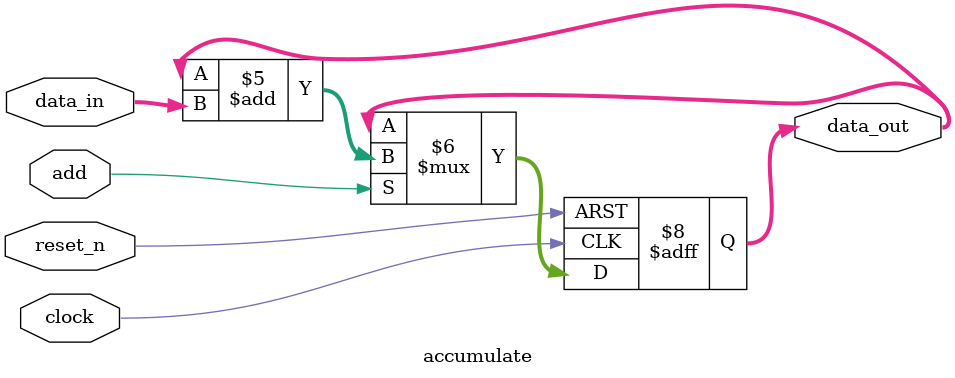
<source format=sv>
module test_accumulate #(parameter N = 8, M = 9);
    logic C, Rn, A;
    logic [N-1:0] Di, Do;
    accumulate #(.N(N)) dut(.clock(C), .reset_n(Rn), .add(A),
                            .data_in(Di), .data_out(Do));
    always #10 C = ~C;

    initial begin
        $monitor("%6d: C=%b, Rn=%b, A=%b, Di=%d, Do=%d",
                 $time, C, Rn, A, Di, Do);
        C = 'b0;
        Rn = 'b0;
        A = 'b0;
        Di = 'd1;
        #5 Rn = 'b1;
        #15 A = 'b1;
        for (int i = 1; i < M; i++) begin
            # 20 assert(Do == i*i);
            Di = Di + 'd2;
        end
        #20 assert(Do == M*M);
        A = 'b0;
        #20 $finish;
    end
endmodule: test_accumulate

// My module: Note reset case uses tilda, check  commas, use the nonblocking declarations

module accumulate #(parameter N = 8) 
(input clock, reset_n, add, input [N-1:0] data_in, 
 output logic [N-1:0] data_out);
  always_ff @ (posedge clock, negedge reset_n)
    if(~reset_n)
      data_out <= 'b0;
    else if (add)
      data_out <= data_out + data_in;
endmodule: accumulate

// Correct module:

// module accumulate #(parameter N = 8)
//     (input clock, reset_n, add, input [N-1:0] data_in, 
//      output logic [N-1:0] data_out);

//     always_ff @ (posedge clock, negedge reset_n)
//       if (~reset_n)
//         data_out <= 'b0;
//       else if (add)
//         data_out <= data_out + data_in;

// endmodule: accumulate

</source>
